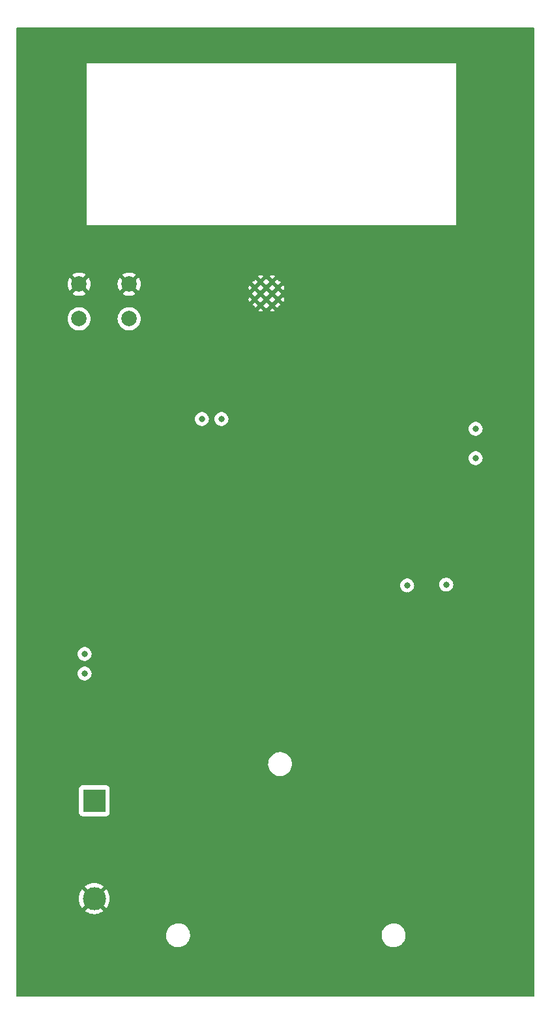
<source format=gbr>
%TF.GenerationSoftware,KiCad,Pcbnew,7.0.9*%
%TF.CreationDate,2023-12-04T17:32:10-03:00*%
%TF.ProjectId,aussistente,61757373-6973-4746-956e-74652e6b6963,rev?*%
%TF.SameCoordinates,Original*%
%TF.FileFunction,Copper,L4,Bot*%
%TF.FilePolarity,Positive*%
%FSLAX46Y46*%
G04 Gerber Fmt 4.6, Leading zero omitted, Abs format (unit mm)*
G04 Created by KiCad (PCBNEW 7.0.9) date 2023-12-04 17:32:10*
%MOMM*%
%LPD*%
G01*
G04 APERTURE LIST*
%TA.AperFunction,ComponentPad*%
%ADD10C,2.000000*%
%TD*%
%TA.AperFunction,ComponentPad*%
%ADD11R,3.000000X3.000000*%
%TD*%
%TA.AperFunction,ComponentPad*%
%ADD12C,3.000000*%
%TD*%
%TA.AperFunction,HeatsinkPad*%
%ADD13C,0.600000*%
%TD*%
%TA.AperFunction,ViaPad*%
%ADD14C,0.800000*%
%TD*%
G04 APERTURE END LIST*
D10*
%TO.P,SW1,1,1*%
%TO.N,GND*%
X88190000Y-72680000D03*
X94690000Y-72680000D03*
%TO.P,SW1,2,2*%
%TO.N,/RESET*%
X88190000Y-77180000D03*
X94690000Y-77180000D03*
%TD*%
D11*
%TO.P,BT1,1,+*%
%TO.N,VDDIO*%
X90150000Y-139700000D03*
D12*
%TO.P,BT1,2,-*%
%TO.N,GND*%
X90150000Y-152400000D03*
%TD*%
D13*
%TO.P,U1,39,GND*%
%TO.N,GND*%
X110997500Y-73132500D03*
X110997500Y-74657500D03*
X111760000Y-72370000D03*
X111760000Y-73895000D03*
X111760000Y-75420000D03*
X112522500Y-73132500D03*
X112522500Y-74657500D03*
X113285000Y-72370000D03*
X113285000Y-73895000D03*
X113285000Y-75420000D03*
X114047500Y-73132500D03*
X114047500Y-74657500D03*
%TD*%
D14*
%TO.N,GND*%
X111760000Y-69850000D03*
X133419880Y-90252536D03*
%TO.N,SCL*%
X139700000Y-95250000D03*
%TO.N,SDA*%
X139700000Y-91440000D03*
%TO.N,GND*%
X132080000Y-100330000D03*
%TO.N,SDA*%
X135890000Y-111655500D03*
%TO.N,SCL*%
X130810000Y-111760000D03*
%TO.N,GND*%
X130810000Y-113030000D03*
X134620000Y-113104500D03*
X143030000Y-118110000D03*
X99060000Y-125730000D03*
X99060000Y-115570000D03*
%TO.N,SDA*%
X106680000Y-90170000D03*
%TO.N,SCL*%
X104140000Y-90170000D03*
X88900000Y-120650000D03*
%TO.N,SDA*%
X88900000Y-123190000D03*
%TO.N,GND*%
X88900000Y-69850000D03*
X99060000Y-93060000D03*
X93980000Y-90520000D03*
X143510000Y-78740000D03*
X88900000Y-91790000D03*
X93980000Y-92164500D03*
X83820000Y-152400000D03*
%TD*%
%TA.AperFunction,Conductor*%
%TO.N,GND*%
G36*
X147262539Y-39390185D02*
G01*
X147308294Y-39442989D01*
X147319500Y-39494500D01*
X147319500Y-164975500D01*
X147299815Y-165042539D01*
X147247011Y-165088294D01*
X147195500Y-165099500D01*
X80134500Y-165099500D01*
X80067461Y-165079815D01*
X80021706Y-165027011D01*
X80010500Y-164975500D01*
X80010500Y-157212629D01*
X99495717Y-157212629D01*
X99525892Y-157461150D01*
X99595540Y-157701601D01*
X99702860Y-157927775D01*
X99775941Y-158033650D01*
X99845068Y-158133797D01*
X100018484Y-158314341D01*
X100218615Y-158464730D01*
X100440279Y-158581069D01*
X100677734Y-158660343D01*
X100677737Y-158660343D01*
X100677739Y-158660344D01*
X100924828Y-158700500D01*
X100924831Y-158700500D01*
X101112482Y-158700500D01*
X101206004Y-158692950D01*
X101299527Y-158685400D01*
X101542591Y-158625490D01*
X101772897Y-158527366D01*
X101984481Y-158393568D01*
X102171862Y-158227563D01*
X102330188Y-158033650D01*
X102455357Y-157816850D01*
X102544128Y-157582780D01*
X102594202Y-157337500D01*
X102599234Y-157212629D01*
X127495717Y-157212629D01*
X127525892Y-157461150D01*
X127595540Y-157701601D01*
X127702860Y-157927775D01*
X127775941Y-158033650D01*
X127845068Y-158133797D01*
X128018484Y-158314341D01*
X128218615Y-158464730D01*
X128440279Y-158581069D01*
X128677734Y-158660343D01*
X128677737Y-158660343D01*
X128677739Y-158660344D01*
X128924828Y-158700500D01*
X128924831Y-158700500D01*
X129112482Y-158700500D01*
X129206004Y-158692950D01*
X129299527Y-158685400D01*
X129542591Y-158625490D01*
X129772897Y-158527366D01*
X129984481Y-158393568D01*
X130171862Y-158227563D01*
X130330188Y-158033650D01*
X130455357Y-157816850D01*
X130544128Y-157582780D01*
X130594202Y-157337500D01*
X130604282Y-157087365D01*
X130574107Y-156838851D01*
X130574107Y-156838849D01*
X130538876Y-156717220D01*
X130504459Y-156598396D01*
X130397141Y-156372228D01*
X130397140Y-156372227D01*
X130397139Y-156372224D01*
X130254933Y-156166205D01*
X130254932Y-156166203D01*
X130081516Y-155985659D01*
X129881385Y-155835270D01*
X129881383Y-155835269D01*
X129881382Y-155835268D01*
X129659726Y-155718933D01*
X129659722Y-155718931D01*
X129659721Y-155718931D01*
X129422266Y-155639657D01*
X129422265Y-155639656D01*
X129422260Y-155639655D01*
X129175172Y-155599500D01*
X129175169Y-155599500D01*
X128987519Y-155599500D01*
X128987518Y-155599500D01*
X128800473Y-155614599D01*
X128557411Y-155674509D01*
X128327106Y-155772632D01*
X128115514Y-155906435D01*
X127928143Y-156072431D01*
X127769809Y-156266353D01*
X127644643Y-156483148D01*
X127555871Y-156717222D01*
X127505798Y-156962493D01*
X127505797Y-156962503D01*
X127495717Y-157212628D01*
X127495717Y-157212629D01*
X102599234Y-157212629D01*
X102604282Y-157087365D01*
X102574107Y-156838851D01*
X102574107Y-156838849D01*
X102538876Y-156717220D01*
X102504459Y-156598396D01*
X102397141Y-156372228D01*
X102397140Y-156372227D01*
X102397139Y-156372224D01*
X102254933Y-156166205D01*
X102254932Y-156166203D01*
X102081516Y-155985659D01*
X101881385Y-155835270D01*
X101881383Y-155835269D01*
X101881382Y-155835268D01*
X101659726Y-155718933D01*
X101659722Y-155718931D01*
X101659721Y-155718931D01*
X101422266Y-155639657D01*
X101422265Y-155639656D01*
X101422260Y-155639655D01*
X101175172Y-155599500D01*
X101175169Y-155599500D01*
X100987519Y-155599500D01*
X100987518Y-155599500D01*
X100800473Y-155614599D01*
X100557411Y-155674509D01*
X100327106Y-155772632D01*
X100115514Y-155906435D01*
X99928143Y-156072431D01*
X99769809Y-156266353D01*
X99644643Y-156483148D01*
X99555871Y-156717222D01*
X99505798Y-156962493D01*
X99505797Y-156962503D01*
X99495717Y-157212628D01*
X99495717Y-157212629D01*
X80010500Y-157212629D01*
X80010500Y-152400001D01*
X88144891Y-152400001D01*
X88165300Y-152685362D01*
X88226109Y-152964895D01*
X88326091Y-153232958D01*
X88463191Y-153484038D01*
X88463196Y-153484046D01*
X88569882Y-153626561D01*
X88569883Y-153626562D01*
X89143118Y-153053326D01*
X89188277Y-153126260D01*
X89338102Y-153290610D01*
X89494690Y-153408861D01*
X88923436Y-153980115D01*
X89065960Y-154086807D01*
X89065961Y-154086808D01*
X89317042Y-154223908D01*
X89317041Y-154223908D01*
X89585104Y-154323890D01*
X89864637Y-154384699D01*
X90149999Y-154405109D01*
X90150001Y-154405109D01*
X90435362Y-154384699D01*
X90714895Y-154323890D01*
X90982958Y-154223908D01*
X91234047Y-154086803D01*
X91376561Y-153980116D01*
X91376562Y-153980115D01*
X90805308Y-153408861D01*
X90961898Y-153290610D01*
X91111723Y-153126260D01*
X91156880Y-153053327D01*
X91730115Y-153626562D01*
X91730116Y-153626561D01*
X91836803Y-153484047D01*
X91973908Y-153232958D01*
X92073890Y-152964895D01*
X92134699Y-152685362D01*
X92155109Y-152400001D01*
X92155109Y-152399998D01*
X92134699Y-152114637D01*
X92073890Y-151835104D01*
X91973908Y-151567041D01*
X91836808Y-151315961D01*
X91836807Y-151315960D01*
X91730115Y-151173436D01*
X91156880Y-151746671D01*
X91111723Y-151673740D01*
X90961898Y-151509390D01*
X90805307Y-151391138D01*
X91376562Y-150819883D01*
X91376561Y-150819882D01*
X91234046Y-150713196D01*
X91234038Y-150713191D01*
X90982957Y-150576091D01*
X90982958Y-150576091D01*
X90714895Y-150476109D01*
X90435362Y-150415300D01*
X90150001Y-150394891D01*
X90149999Y-150394891D01*
X89864637Y-150415300D01*
X89585104Y-150476109D01*
X89317041Y-150576091D01*
X89065961Y-150713191D01*
X89065953Y-150713196D01*
X88923437Y-150819882D01*
X88923436Y-150819883D01*
X89494691Y-151391138D01*
X89338102Y-151509390D01*
X89188277Y-151673740D01*
X89143119Y-151746672D01*
X88569883Y-151173436D01*
X88569882Y-151173437D01*
X88463196Y-151315953D01*
X88463191Y-151315961D01*
X88326091Y-151567041D01*
X88226109Y-151835104D01*
X88165300Y-152114637D01*
X88144891Y-152399998D01*
X88144891Y-152400001D01*
X80010500Y-152400001D01*
X80010500Y-141247870D01*
X88149500Y-141247870D01*
X88149501Y-141247876D01*
X88155908Y-141307483D01*
X88206202Y-141442328D01*
X88206206Y-141442335D01*
X88292452Y-141557544D01*
X88292455Y-141557547D01*
X88407664Y-141643793D01*
X88407671Y-141643797D01*
X88542517Y-141694091D01*
X88542516Y-141694091D01*
X88549444Y-141694835D01*
X88602127Y-141700500D01*
X91697872Y-141700499D01*
X91757483Y-141694091D01*
X91892331Y-141643796D01*
X92007546Y-141557546D01*
X92093796Y-141442331D01*
X92144091Y-141307483D01*
X92150500Y-141247873D01*
X92150499Y-138152128D01*
X92144091Y-138092517D01*
X92093796Y-137957669D01*
X92093795Y-137957668D01*
X92093793Y-137957664D01*
X92007547Y-137842455D01*
X92007544Y-137842452D01*
X91892335Y-137756206D01*
X91892328Y-137756202D01*
X91757482Y-137705908D01*
X91757483Y-137705908D01*
X91697883Y-137699501D01*
X91697881Y-137699500D01*
X91697873Y-137699500D01*
X91697864Y-137699500D01*
X88602129Y-137699500D01*
X88602123Y-137699501D01*
X88542516Y-137705908D01*
X88407671Y-137756202D01*
X88407664Y-137756206D01*
X88292455Y-137842452D01*
X88292452Y-137842455D01*
X88206206Y-137957664D01*
X88206202Y-137957671D01*
X88155908Y-138092517D01*
X88149501Y-138152116D01*
X88149501Y-138152123D01*
X88149500Y-138152135D01*
X88149500Y-141247870D01*
X80010500Y-141247870D01*
X80010500Y-135012629D01*
X112745717Y-135012629D01*
X112775892Y-135261150D01*
X112845540Y-135501601D01*
X112952860Y-135727775D01*
X113025941Y-135833650D01*
X113095068Y-135933797D01*
X113268484Y-136114341D01*
X113468615Y-136264730D01*
X113690279Y-136381069D01*
X113927734Y-136460343D01*
X113927737Y-136460343D01*
X113927739Y-136460344D01*
X114174828Y-136500500D01*
X114174831Y-136500500D01*
X114362482Y-136500500D01*
X114456004Y-136492950D01*
X114549527Y-136485400D01*
X114792591Y-136425490D01*
X115022897Y-136327366D01*
X115234481Y-136193568D01*
X115421862Y-136027563D01*
X115580188Y-135833650D01*
X115705357Y-135616850D01*
X115794128Y-135382780D01*
X115844202Y-135137500D01*
X115854282Y-134887365D01*
X115824107Y-134638851D01*
X115824107Y-134638849D01*
X115788876Y-134517220D01*
X115754459Y-134398396D01*
X115647141Y-134172228D01*
X115647140Y-134172227D01*
X115647139Y-134172224D01*
X115504933Y-133966205D01*
X115504932Y-133966203D01*
X115331516Y-133785659D01*
X115131385Y-133635270D01*
X115131383Y-133635269D01*
X115131382Y-133635268D01*
X114909726Y-133518933D01*
X114909722Y-133518931D01*
X114909721Y-133518931D01*
X114672266Y-133439657D01*
X114672265Y-133439656D01*
X114672260Y-133439655D01*
X114425172Y-133399500D01*
X114425169Y-133399500D01*
X114237519Y-133399500D01*
X114237518Y-133399500D01*
X114050473Y-133414599D01*
X113807411Y-133474509D01*
X113577106Y-133572632D01*
X113365514Y-133706435D01*
X113178143Y-133872431D01*
X113019809Y-134066353D01*
X112894643Y-134283148D01*
X112805871Y-134517222D01*
X112755798Y-134762493D01*
X112755797Y-134762503D01*
X112745717Y-135012628D01*
X112745717Y-135012629D01*
X80010500Y-135012629D01*
X80010500Y-123190000D01*
X87994540Y-123190000D01*
X88014326Y-123378256D01*
X88014327Y-123378259D01*
X88072818Y-123558277D01*
X88072821Y-123558284D01*
X88167467Y-123722216D01*
X88294129Y-123862888D01*
X88447265Y-123974148D01*
X88447270Y-123974151D01*
X88620192Y-124051142D01*
X88620197Y-124051144D01*
X88805354Y-124090500D01*
X88805355Y-124090500D01*
X88994644Y-124090500D01*
X88994646Y-124090500D01*
X89179803Y-124051144D01*
X89352730Y-123974151D01*
X89505871Y-123862888D01*
X89632533Y-123722216D01*
X89727179Y-123558284D01*
X89785674Y-123378256D01*
X89805460Y-123190000D01*
X89785674Y-123001744D01*
X89727179Y-122821716D01*
X89632533Y-122657784D01*
X89505871Y-122517112D01*
X89505870Y-122517111D01*
X89352734Y-122405851D01*
X89352729Y-122405848D01*
X89179807Y-122328857D01*
X89179802Y-122328855D01*
X89034001Y-122297865D01*
X88994646Y-122289500D01*
X88805354Y-122289500D01*
X88772897Y-122296398D01*
X88620197Y-122328855D01*
X88620192Y-122328857D01*
X88447270Y-122405848D01*
X88447265Y-122405851D01*
X88294129Y-122517111D01*
X88167466Y-122657785D01*
X88072821Y-122821715D01*
X88072818Y-122821722D01*
X88014327Y-123001740D01*
X88014326Y-123001744D01*
X87994540Y-123190000D01*
X80010500Y-123190000D01*
X80010500Y-120650000D01*
X87994540Y-120650000D01*
X88014326Y-120838256D01*
X88014327Y-120838259D01*
X88072818Y-121018277D01*
X88072821Y-121018284D01*
X88167467Y-121182216D01*
X88294129Y-121322888D01*
X88447265Y-121434148D01*
X88447270Y-121434151D01*
X88620192Y-121511142D01*
X88620197Y-121511144D01*
X88805354Y-121550500D01*
X88805355Y-121550500D01*
X88994644Y-121550500D01*
X88994646Y-121550500D01*
X89179803Y-121511144D01*
X89352730Y-121434151D01*
X89505871Y-121322888D01*
X89632533Y-121182216D01*
X89727179Y-121018284D01*
X89785674Y-120838256D01*
X89805460Y-120650000D01*
X89785674Y-120461744D01*
X89727179Y-120281716D01*
X89632533Y-120117784D01*
X89505871Y-119977112D01*
X89505870Y-119977111D01*
X89352734Y-119865851D01*
X89352729Y-119865848D01*
X89179807Y-119788857D01*
X89179802Y-119788855D01*
X89034001Y-119757865D01*
X88994646Y-119749500D01*
X88805354Y-119749500D01*
X88772897Y-119756398D01*
X88620197Y-119788855D01*
X88620192Y-119788857D01*
X88447270Y-119865848D01*
X88447265Y-119865851D01*
X88294129Y-119977111D01*
X88167466Y-120117785D01*
X88072821Y-120281715D01*
X88072818Y-120281722D01*
X88014327Y-120461740D01*
X88014326Y-120461744D01*
X87994540Y-120650000D01*
X80010500Y-120650000D01*
X80010500Y-111760000D01*
X129904540Y-111760000D01*
X129924326Y-111948256D01*
X129924327Y-111948259D01*
X129982818Y-112128277D01*
X129982821Y-112128284D01*
X130077467Y-112292216D01*
X130110037Y-112328388D01*
X130204129Y-112432888D01*
X130357265Y-112544148D01*
X130357270Y-112544151D01*
X130530192Y-112621142D01*
X130530197Y-112621144D01*
X130715354Y-112660500D01*
X130715355Y-112660500D01*
X130904644Y-112660500D01*
X130904646Y-112660500D01*
X131089803Y-112621144D01*
X131262730Y-112544151D01*
X131415871Y-112432888D01*
X131542533Y-112292216D01*
X131637179Y-112128284D01*
X131695674Y-111948256D01*
X131715460Y-111760000D01*
X131704477Y-111655500D01*
X134984540Y-111655500D01*
X135004326Y-111843756D01*
X135004327Y-111843759D01*
X135062818Y-112023777D01*
X135062821Y-112023784D01*
X135157467Y-112187716D01*
X135284129Y-112328388D01*
X135437265Y-112439648D01*
X135437270Y-112439651D01*
X135610192Y-112516642D01*
X135610197Y-112516644D01*
X135795354Y-112556000D01*
X135795355Y-112556000D01*
X135984644Y-112556000D01*
X135984646Y-112556000D01*
X136169803Y-112516644D01*
X136342730Y-112439651D01*
X136495871Y-112328388D01*
X136622533Y-112187716D01*
X136717179Y-112023784D01*
X136775674Y-111843756D01*
X136795460Y-111655500D01*
X136775674Y-111467244D01*
X136717179Y-111287216D01*
X136622533Y-111123284D01*
X136495871Y-110982612D01*
X136495870Y-110982611D01*
X136342734Y-110871351D01*
X136342729Y-110871348D01*
X136169807Y-110794357D01*
X136169802Y-110794355D01*
X136024001Y-110763365D01*
X135984646Y-110755000D01*
X135795354Y-110755000D01*
X135762897Y-110761898D01*
X135610197Y-110794355D01*
X135610192Y-110794357D01*
X135437270Y-110871348D01*
X135437265Y-110871351D01*
X135284129Y-110982611D01*
X135157466Y-111123285D01*
X135062821Y-111287215D01*
X135062818Y-111287222D01*
X135004327Y-111467240D01*
X135004326Y-111467244D01*
X134984540Y-111655500D01*
X131704477Y-111655500D01*
X131695674Y-111571744D01*
X131637179Y-111391716D01*
X131542533Y-111227784D01*
X131415871Y-111087112D01*
X131415870Y-111087111D01*
X131262734Y-110975851D01*
X131262729Y-110975848D01*
X131089807Y-110898857D01*
X131089802Y-110898855D01*
X130944001Y-110867865D01*
X130904646Y-110859500D01*
X130715354Y-110859500D01*
X130682897Y-110866398D01*
X130530197Y-110898855D01*
X130530192Y-110898857D01*
X130357270Y-110975848D01*
X130357265Y-110975851D01*
X130204129Y-111087111D01*
X130077466Y-111227785D01*
X129982821Y-111391715D01*
X129982818Y-111391722D01*
X129958280Y-111467244D01*
X129924326Y-111571744D01*
X129904540Y-111760000D01*
X80010500Y-111760000D01*
X80010500Y-95250000D01*
X138794540Y-95250000D01*
X138814326Y-95438256D01*
X138814327Y-95438259D01*
X138872818Y-95618277D01*
X138872821Y-95618284D01*
X138967467Y-95782216D01*
X139094129Y-95922888D01*
X139247265Y-96034148D01*
X139247270Y-96034151D01*
X139420192Y-96111142D01*
X139420197Y-96111144D01*
X139605354Y-96150500D01*
X139605355Y-96150500D01*
X139794644Y-96150500D01*
X139794646Y-96150500D01*
X139979803Y-96111144D01*
X140152730Y-96034151D01*
X140305871Y-95922888D01*
X140432533Y-95782216D01*
X140527179Y-95618284D01*
X140585674Y-95438256D01*
X140605460Y-95250000D01*
X140585674Y-95061744D01*
X140527179Y-94881716D01*
X140432533Y-94717784D01*
X140305871Y-94577112D01*
X140305870Y-94577111D01*
X140152734Y-94465851D01*
X140152729Y-94465848D01*
X139979807Y-94388857D01*
X139979802Y-94388855D01*
X139834001Y-94357865D01*
X139794646Y-94349500D01*
X139605354Y-94349500D01*
X139572897Y-94356398D01*
X139420197Y-94388855D01*
X139420192Y-94388857D01*
X139247270Y-94465848D01*
X139247265Y-94465851D01*
X139094129Y-94577111D01*
X138967466Y-94717785D01*
X138872821Y-94881715D01*
X138872818Y-94881722D01*
X138814327Y-95061740D01*
X138814326Y-95061744D01*
X138794540Y-95250000D01*
X80010500Y-95250000D01*
X80010500Y-91440000D01*
X138794540Y-91440000D01*
X138814326Y-91628256D01*
X138814327Y-91628259D01*
X138872818Y-91808277D01*
X138872821Y-91808284D01*
X138967467Y-91972216D01*
X139094129Y-92112888D01*
X139247265Y-92224148D01*
X139247270Y-92224151D01*
X139420192Y-92301142D01*
X139420197Y-92301144D01*
X139605354Y-92340500D01*
X139605355Y-92340500D01*
X139794644Y-92340500D01*
X139794646Y-92340500D01*
X139979803Y-92301144D01*
X140152730Y-92224151D01*
X140305871Y-92112888D01*
X140432533Y-91972216D01*
X140527179Y-91808284D01*
X140585674Y-91628256D01*
X140605460Y-91440000D01*
X140585674Y-91251744D01*
X140527179Y-91071716D01*
X140432533Y-90907784D01*
X140305871Y-90767112D01*
X140305870Y-90767111D01*
X140152734Y-90655851D01*
X140152729Y-90655848D01*
X139979807Y-90578857D01*
X139979802Y-90578855D01*
X139834001Y-90547865D01*
X139794646Y-90539500D01*
X139605354Y-90539500D01*
X139572897Y-90546398D01*
X139420197Y-90578855D01*
X139420192Y-90578857D01*
X139247270Y-90655848D01*
X139247265Y-90655851D01*
X139094129Y-90767111D01*
X138967466Y-90907785D01*
X138872821Y-91071715D01*
X138872818Y-91071722D01*
X138814327Y-91251740D01*
X138814326Y-91251744D01*
X138794540Y-91440000D01*
X80010500Y-91440000D01*
X80010500Y-90170000D01*
X103234540Y-90170000D01*
X103254326Y-90358256D01*
X103254327Y-90358259D01*
X103312818Y-90538277D01*
X103312821Y-90538284D01*
X103407467Y-90702216D01*
X103465899Y-90767111D01*
X103534129Y-90842888D01*
X103687265Y-90954148D01*
X103687270Y-90954151D01*
X103860192Y-91031142D01*
X103860197Y-91031144D01*
X104045354Y-91070500D01*
X104045355Y-91070500D01*
X104234644Y-91070500D01*
X104234646Y-91070500D01*
X104419803Y-91031144D01*
X104592730Y-90954151D01*
X104745871Y-90842888D01*
X104872533Y-90702216D01*
X104967179Y-90538284D01*
X105025674Y-90358256D01*
X105045460Y-90170000D01*
X105774540Y-90170000D01*
X105794326Y-90358256D01*
X105794327Y-90358259D01*
X105852818Y-90538277D01*
X105852821Y-90538284D01*
X105947467Y-90702216D01*
X106005899Y-90767111D01*
X106074129Y-90842888D01*
X106227265Y-90954148D01*
X106227270Y-90954151D01*
X106400192Y-91031142D01*
X106400197Y-91031144D01*
X106585354Y-91070500D01*
X106585355Y-91070500D01*
X106774644Y-91070500D01*
X106774646Y-91070500D01*
X106959803Y-91031144D01*
X107132730Y-90954151D01*
X107285871Y-90842888D01*
X107412533Y-90702216D01*
X107507179Y-90538284D01*
X107565674Y-90358256D01*
X107585460Y-90170000D01*
X107565674Y-89981744D01*
X107507179Y-89801716D01*
X107412533Y-89637784D01*
X107285871Y-89497112D01*
X107285870Y-89497111D01*
X107132734Y-89385851D01*
X107132729Y-89385848D01*
X106959807Y-89308857D01*
X106959802Y-89308855D01*
X106814001Y-89277865D01*
X106774646Y-89269500D01*
X106585354Y-89269500D01*
X106552897Y-89276398D01*
X106400197Y-89308855D01*
X106400192Y-89308857D01*
X106227270Y-89385848D01*
X106227265Y-89385851D01*
X106074129Y-89497111D01*
X105947466Y-89637785D01*
X105852821Y-89801715D01*
X105852818Y-89801722D01*
X105794327Y-89981740D01*
X105794326Y-89981744D01*
X105774540Y-90170000D01*
X105045460Y-90170000D01*
X105025674Y-89981744D01*
X104967179Y-89801716D01*
X104872533Y-89637784D01*
X104745871Y-89497112D01*
X104745870Y-89497111D01*
X104592734Y-89385851D01*
X104592729Y-89385848D01*
X104419807Y-89308857D01*
X104419802Y-89308855D01*
X104274001Y-89277865D01*
X104234646Y-89269500D01*
X104045354Y-89269500D01*
X104012897Y-89276398D01*
X103860197Y-89308855D01*
X103860192Y-89308857D01*
X103687270Y-89385848D01*
X103687265Y-89385851D01*
X103534129Y-89497111D01*
X103407466Y-89637785D01*
X103312821Y-89801715D01*
X103312818Y-89801722D01*
X103254327Y-89981740D01*
X103254326Y-89981744D01*
X103234540Y-90170000D01*
X80010500Y-90170000D01*
X80010500Y-77180005D01*
X86684357Y-77180005D01*
X86704890Y-77427812D01*
X86704892Y-77427824D01*
X86765936Y-77668881D01*
X86865826Y-77896606D01*
X87001833Y-78104782D01*
X87001836Y-78104785D01*
X87170256Y-78287738D01*
X87366491Y-78440474D01*
X87585190Y-78558828D01*
X87820386Y-78639571D01*
X88065665Y-78680500D01*
X88314335Y-78680500D01*
X88559614Y-78639571D01*
X88794810Y-78558828D01*
X89013509Y-78440474D01*
X89209744Y-78287738D01*
X89378164Y-78104785D01*
X89514173Y-77896607D01*
X89614063Y-77668881D01*
X89675108Y-77427821D01*
X89695643Y-77180005D01*
X93184357Y-77180005D01*
X93204890Y-77427812D01*
X93204892Y-77427824D01*
X93265936Y-77668881D01*
X93365826Y-77896606D01*
X93501833Y-78104782D01*
X93501836Y-78104785D01*
X93670256Y-78287738D01*
X93866491Y-78440474D01*
X94085190Y-78558828D01*
X94320386Y-78639571D01*
X94565665Y-78680500D01*
X94814335Y-78680500D01*
X95059614Y-78639571D01*
X95294810Y-78558828D01*
X95513509Y-78440474D01*
X95709744Y-78287738D01*
X95878164Y-78104785D01*
X96014173Y-77896607D01*
X96114063Y-77668881D01*
X96175108Y-77427821D01*
X96195643Y-77180000D01*
X96175108Y-76932179D01*
X96114063Y-76691119D01*
X96014173Y-76463393D01*
X95878166Y-76255217D01*
X95850406Y-76225062D01*
X95769026Y-76136660D01*
X111396891Y-76136660D01*
X111410697Y-76145335D01*
X111410701Y-76145337D01*
X111580858Y-76204877D01*
X111580861Y-76204878D01*
X111759997Y-76225062D01*
X111760003Y-76225062D01*
X111939138Y-76204878D01*
X112109307Y-76145333D01*
X112123107Y-76136661D01*
X112123107Y-76136660D01*
X112921891Y-76136660D01*
X112935697Y-76145335D01*
X112935701Y-76145337D01*
X113105858Y-76204877D01*
X113105861Y-76204878D01*
X113284997Y-76225062D01*
X113285003Y-76225062D01*
X113464138Y-76204878D01*
X113634307Y-76145333D01*
X113648107Y-76136661D01*
X113648107Y-76136660D01*
X113285001Y-75773553D01*
X113285000Y-75773553D01*
X112921891Y-76136660D01*
X112123107Y-76136660D01*
X111760001Y-75773553D01*
X111760000Y-75773553D01*
X111396891Y-76136660D01*
X95769026Y-76136660D01*
X95709744Y-76072262D01*
X95513509Y-75919526D01*
X95513507Y-75919525D01*
X95513506Y-75919524D01*
X95294811Y-75801172D01*
X95294802Y-75801169D01*
X95059616Y-75720429D01*
X94814335Y-75679500D01*
X94565665Y-75679500D01*
X94320383Y-75720429D01*
X94085197Y-75801169D01*
X94085188Y-75801172D01*
X93866493Y-75919524D01*
X93670257Y-76072261D01*
X93501833Y-76255217D01*
X93365826Y-76463393D01*
X93265936Y-76691118D01*
X93204892Y-76932175D01*
X93204890Y-76932187D01*
X93184357Y-77179994D01*
X93184357Y-77180005D01*
X89695643Y-77180005D01*
X89695643Y-77180000D01*
X89675108Y-76932179D01*
X89614063Y-76691119D01*
X89514173Y-76463393D01*
X89378166Y-76255217D01*
X89350406Y-76225062D01*
X89209744Y-76072262D01*
X89013509Y-75919526D01*
X89013507Y-75919525D01*
X89013506Y-75919524D01*
X88794811Y-75801172D01*
X88794802Y-75801169D01*
X88559616Y-75720429D01*
X88314335Y-75679500D01*
X88065665Y-75679500D01*
X87820383Y-75720429D01*
X87585197Y-75801169D01*
X87585188Y-75801172D01*
X87366493Y-75919524D01*
X87170257Y-76072261D01*
X87001833Y-76255217D01*
X86865826Y-76463393D01*
X86765936Y-76691118D01*
X86704892Y-76932175D01*
X86704890Y-76932187D01*
X86684357Y-77179994D01*
X86684357Y-77180005D01*
X80010500Y-77180005D01*
X80010500Y-75374160D01*
X110634391Y-75374160D01*
X110648197Y-75382835D01*
X110648201Y-75382837D01*
X110818359Y-75442377D01*
X110860982Y-75447180D01*
X110925396Y-75474246D01*
X110964951Y-75531840D01*
X110970319Y-75556515D01*
X110975121Y-75599138D01*
X110975122Y-75599141D01*
X111034662Y-75769298D01*
X111034667Y-75769308D01*
X111043338Y-75783108D01*
X111373955Y-75452492D01*
X111660000Y-75452492D01*
X111698197Y-75505065D01*
X111744162Y-75520000D01*
X111775838Y-75520000D01*
X111821803Y-75505065D01*
X111860000Y-75452492D01*
X111860000Y-75420000D01*
X112113553Y-75420000D01*
X112476660Y-75783107D01*
X112508621Y-75779507D01*
X112536387Y-75779508D01*
X112568338Y-75783108D01*
X112898955Y-75452492D01*
X113185000Y-75452492D01*
X113223197Y-75505065D01*
X113269162Y-75520000D01*
X113300838Y-75520000D01*
X113346803Y-75505065D01*
X113385000Y-75452492D01*
X113385000Y-75420000D01*
X113638553Y-75420000D01*
X114001660Y-75783107D01*
X114001661Y-75783107D01*
X114010333Y-75769307D01*
X114069878Y-75599138D01*
X114074680Y-75556518D01*
X114101746Y-75492103D01*
X114159340Y-75452548D01*
X114184018Y-75447180D01*
X114226638Y-75442378D01*
X114396807Y-75382833D01*
X114410607Y-75374161D01*
X114410607Y-75374160D01*
X114047500Y-75011053D01*
X113638553Y-75420000D01*
X113385000Y-75420000D01*
X113385000Y-75387508D01*
X113346803Y-75334935D01*
X113300838Y-75320000D01*
X113269162Y-75320000D01*
X113223197Y-75334935D01*
X113185000Y-75387508D01*
X113185000Y-75452492D01*
X112898955Y-75452492D01*
X112931447Y-75420000D01*
X112522500Y-75011053D01*
X112113553Y-75420000D01*
X111860000Y-75420000D01*
X111860000Y-75387508D01*
X111821803Y-75334935D01*
X111775838Y-75320000D01*
X111744162Y-75320000D01*
X111698197Y-75334935D01*
X111660000Y-75387508D01*
X111660000Y-75452492D01*
X111373955Y-75452492D01*
X111406447Y-75420000D01*
X111406447Y-75419999D01*
X110997501Y-75011053D01*
X110997500Y-75011053D01*
X110634391Y-75374160D01*
X80010500Y-75374160D01*
X80010500Y-74657502D01*
X110192438Y-74657502D01*
X110212621Y-74836638D01*
X110212622Y-74836641D01*
X110272162Y-75006798D01*
X110272167Y-75006808D01*
X110280838Y-75020608D01*
X110611455Y-74689992D01*
X110897500Y-74689992D01*
X110935697Y-74742565D01*
X110981662Y-74757500D01*
X111013338Y-74757500D01*
X111059303Y-74742565D01*
X111097500Y-74689992D01*
X111097500Y-74657500D01*
X111351053Y-74657500D01*
X111760000Y-75066447D01*
X112136455Y-74689992D01*
X112422500Y-74689992D01*
X112460697Y-74742565D01*
X112506662Y-74757500D01*
X112538338Y-74757500D01*
X112584303Y-74742565D01*
X112622500Y-74689992D01*
X112622500Y-74657500D01*
X112876053Y-74657500D01*
X113285000Y-75066447D01*
X113661455Y-74689992D01*
X113947500Y-74689992D01*
X113985697Y-74742565D01*
X114031662Y-74757500D01*
X114063338Y-74757500D01*
X114109303Y-74742565D01*
X114147500Y-74689992D01*
X114147500Y-74657500D01*
X114401053Y-74657500D01*
X114764160Y-75020607D01*
X114764161Y-75020607D01*
X114772833Y-75006807D01*
X114832378Y-74836638D01*
X114852562Y-74657502D01*
X114852562Y-74657497D01*
X114832378Y-74478361D01*
X114832377Y-74478358D01*
X114772837Y-74308201D01*
X114772835Y-74308197D01*
X114764160Y-74294391D01*
X114401053Y-74657499D01*
X114401053Y-74657500D01*
X114147500Y-74657500D01*
X114147500Y-74625008D01*
X114109303Y-74572435D01*
X114063338Y-74557500D01*
X114031662Y-74557500D01*
X113985697Y-74572435D01*
X113947500Y-74625008D01*
X113947500Y-74689992D01*
X113661455Y-74689992D01*
X113693947Y-74657500D01*
X113285000Y-74248553D01*
X112876053Y-74657500D01*
X112622500Y-74657500D01*
X112622500Y-74625008D01*
X112584303Y-74572435D01*
X112538338Y-74557500D01*
X112506662Y-74557500D01*
X112460697Y-74572435D01*
X112422500Y-74625008D01*
X112422500Y-74689992D01*
X112136455Y-74689992D01*
X112168947Y-74657500D01*
X111760000Y-74248553D01*
X111351053Y-74657500D01*
X111097500Y-74657500D01*
X111097500Y-74625008D01*
X111059303Y-74572435D01*
X111013338Y-74557500D01*
X110981662Y-74557500D01*
X110935697Y-74572435D01*
X110897500Y-74625008D01*
X110897500Y-74689992D01*
X110611455Y-74689992D01*
X110643947Y-74657500D01*
X110643947Y-74657499D01*
X110280838Y-74294390D01*
X110280838Y-74294391D01*
X110272164Y-74308196D01*
X110212622Y-74478358D01*
X110212621Y-74478361D01*
X110192438Y-74657497D01*
X110192438Y-74657502D01*
X80010500Y-74657502D01*
X80010500Y-72680005D01*
X86684859Y-72680005D01*
X86705385Y-72927729D01*
X86705387Y-72927738D01*
X86766412Y-73168717D01*
X86866266Y-73396364D01*
X86966564Y-73549882D01*
X87664070Y-72852376D01*
X87666884Y-72865915D01*
X87736442Y-73000156D01*
X87839638Y-73110652D01*
X87968819Y-73189209D01*
X88020002Y-73203549D01*
X87319942Y-73903609D01*
X87366768Y-73940055D01*
X87366770Y-73940056D01*
X87585385Y-74058364D01*
X87585396Y-74058369D01*
X87820506Y-74139083D01*
X88065707Y-74180000D01*
X88314293Y-74180000D01*
X88559493Y-74139083D01*
X88794603Y-74058369D01*
X88794614Y-74058364D01*
X89013228Y-73940057D01*
X89013231Y-73940055D01*
X89060056Y-73903609D01*
X88361568Y-73205121D01*
X88478458Y-73154349D01*
X88595739Y-73058934D01*
X88682928Y-72935415D01*
X88713354Y-72849802D01*
X89413434Y-73549882D01*
X89513731Y-73396369D01*
X89613587Y-73168717D01*
X89674612Y-72927738D01*
X89674614Y-72927729D01*
X89695141Y-72680005D01*
X93184859Y-72680005D01*
X93205385Y-72927729D01*
X93205387Y-72927738D01*
X93266412Y-73168717D01*
X93366266Y-73396364D01*
X93466564Y-73549882D01*
X94164070Y-72852376D01*
X94166884Y-72865915D01*
X94236442Y-73000156D01*
X94339638Y-73110652D01*
X94468819Y-73189209D01*
X94520002Y-73203549D01*
X93819942Y-73903609D01*
X93866768Y-73940055D01*
X93866770Y-73940056D01*
X94085385Y-74058364D01*
X94085396Y-74058369D01*
X94320506Y-74139083D01*
X94565707Y-74180000D01*
X94814293Y-74180000D01*
X95059493Y-74139083D01*
X95294603Y-74058369D01*
X95294614Y-74058364D01*
X95511785Y-73940838D01*
X110634390Y-73940838D01*
X110997499Y-74303947D01*
X111373955Y-73927492D01*
X111660000Y-73927492D01*
X111698197Y-73980065D01*
X111744162Y-73995000D01*
X111775838Y-73995000D01*
X111821803Y-73980065D01*
X111860000Y-73927492D01*
X111860000Y-73895000D01*
X112113553Y-73895000D01*
X112522500Y-74303947D01*
X112898955Y-73927492D01*
X113185000Y-73927492D01*
X113223197Y-73980065D01*
X113269162Y-73995000D01*
X113300838Y-73995000D01*
X113346803Y-73980065D01*
X113385000Y-73927492D01*
X113385000Y-73895000D01*
X113638553Y-73895000D01*
X114047500Y-74303947D01*
X114047501Y-74303947D01*
X114410608Y-73940838D01*
X114407008Y-73908884D01*
X114407007Y-73881119D01*
X114410607Y-73849160D01*
X114047500Y-73486053D01*
X113638553Y-73895000D01*
X113385000Y-73895000D01*
X113385000Y-73862508D01*
X113346803Y-73809935D01*
X113300838Y-73795000D01*
X113269162Y-73795000D01*
X113223197Y-73809935D01*
X113185000Y-73862508D01*
X113185000Y-73927492D01*
X112898955Y-73927492D01*
X112931447Y-73895000D01*
X112522500Y-73486053D01*
X112113553Y-73895000D01*
X111860000Y-73895000D01*
X111860000Y-73862508D01*
X111821803Y-73809935D01*
X111775838Y-73795000D01*
X111744162Y-73795000D01*
X111698197Y-73809935D01*
X111660000Y-73862508D01*
X111660000Y-73927492D01*
X111373955Y-73927492D01*
X111406447Y-73895000D01*
X111406447Y-73894999D01*
X110997501Y-73486053D01*
X110997500Y-73486053D01*
X110634390Y-73849161D01*
X110637991Y-73881123D01*
X110637991Y-73908892D01*
X110634390Y-73940838D01*
X95511785Y-73940838D01*
X95513228Y-73940057D01*
X95513231Y-73940055D01*
X95560056Y-73903609D01*
X94861568Y-73205121D01*
X94978458Y-73154349D01*
X95095739Y-73058934D01*
X95182928Y-72935415D01*
X95213354Y-72849802D01*
X95913434Y-73549882D01*
X96013731Y-73396369D01*
X96113587Y-73168717D01*
X96122758Y-73132502D01*
X110192438Y-73132502D01*
X110212621Y-73311638D01*
X110212622Y-73311641D01*
X110272162Y-73481798D01*
X110272167Y-73481808D01*
X110280838Y-73495608D01*
X110611455Y-73164992D01*
X110897500Y-73164992D01*
X110935697Y-73217565D01*
X110981662Y-73232500D01*
X111013338Y-73232500D01*
X111059303Y-73217565D01*
X111097500Y-73164992D01*
X111097500Y-73132500D01*
X111351053Y-73132500D01*
X111760000Y-73541447D01*
X112136455Y-73164992D01*
X112422500Y-73164992D01*
X112460697Y-73217565D01*
X112506662Y-73232500D01*
X112538338Y-73232500D01*
X112584303Y-73217565D01*
X112622500Y-73164992D01*
X112622500Y-73132500D01*
X112876053Y-73132500D01*
X113285000Y-73541447D01*
X113661455Y-73164992D01*
X113947500Y-73164992D01*
X113985697Y-73217565D01*
X114031662Y-73232500D01*
X114063338Y-73232500D01*
X114109303Y-73217565D01*
X114147500Y-73164992D01*
X114147500Y-73132500D01*
X114401053Y-73132500D01*
X114764160Y-73495607D01*
X114764161Y-73495607D01*
X114772833Y-73481807D01*
X114832378Y-73311638D01*
X114852562Y-73132502D01*
X114852562Y-73132497D01*
X114832378Y-72953361D01*
X114832377Y-72953358D01*
X114772837Y-72783201D01*
X114772835Y-72783197D01*
X114764160Y-72769391D01*
X114401053Y-73132499D01*
X114401053Y-73132500D01*
X114147500Y-73132500D01*
X114147500Y-73100008D01*
X114109303Y-73047435D01*
X114063338Y-73032500D01*
X114031662Y-73032500D01*
X113985697Y-73047435D01*
X113947500Y-73100008D01*
X113947500Y-73164992D01*
X113661455Y-73164992D01*
X113693947Y-73132500D01*
X113285000Y-72723553D01*
X112876053Y-73132500D01*
X112622500Y-73132500D01*
X112622500Y-73100008D01*
X112584303Y-73047435D01*
X112538338Y-73032500D01*
X112506662Y-73032500D01*
X112460697Y-73047435D01*
X112422500Y-73100008D01*
X112422500Y-73164992D01*
X112136455Y-73164992D01*
X112168947Y-73132500D01*
X111760000Y-72723553D01*
X111351053Y-73132500D01*
X111097500Y-73132500D01*
X111097500Y-73100008D01*
X111059303Y-73047435D01*
X111013338Y-73032500D01*
X110981662Y-73032500D01*
X110935697Y-73047435D01*
X110897500Y-73100008D01*
X110897500Y-73164992D01*
X110611455Y-73164992D01*
X110643947Y-73132500D01*
X110643947Y-73132499D01*
X110280838Y-72769390D01*
X110280838Y-72769391D01*
X110272164Y-72783196D01*
X110212622Y-72953358D01*
X110212621Y-72953361D01*
X110192438Y-73132497D01*
X110192438Y-73132502D01*
X96122758Y-73132502D01*
X96174612Y-72927738D01*
X96174614Y-72927729D01*
X96195141Y-72680005D01*
X96195141Y-72679994D01*
X96174614Y-72432270D01*
X96174612Y-72432261D01*
X96170453Y-72415838D01*
X110634390Y-72415838D01*
X110997499Y-72778947D01*
X111373955Y-72402492D01*
X111660000Y-72402492D01*
X111698197Y-72455065D01*
X111744162Y-72470000D01*
X111775838Y-72470000D01*
X111821803Y-72455065D01*
X111860000Y-72402492D01*
X111860000Y-72370000D01*
X112113553Y-72370000D01*
X112522499Y-72778947D01*
X112898955Y-72402492D01*
X113185000Y-72402492D01*
X113223197Y-72455065D01*
X113269162Y-72470000D01*
X113300838Y-72470000D01*
X113346803Y-72455065D01*
X113385000Y-72402492D01*
X113385000Y-72370000D01*
X113638553Y-72370000D01*
X114047500Y-72778947D01*
X114047501Y-72778947D01*
X114410608Y-72415838D01*
X114410608Y-72415837D01*
X114396808Y-72407167D01*
X114396798Y-72407162D01*
X114226641Y-72347622D01*
X114226638Y-72347621D01*
X114184015Y-72342819D01*
X114119602Y-72315752D01*
X114080047Y-72258157D01*
X114074680Y-72233482D01*
X114069877Y-72190859D01*
X114010337Y-72020701D01*
X114010335Y-72020697D01*
X114001660Y-72006891D01*
X113638553Y-72369999D01*
X113638553Y-72370000D01*
X113385000Y-72370000D01*
X113385000Y-72337508D01*
X113346803Y-72284935D01*
X113300838Y-72270000D01*
X113269162Y-72270000D01*
X113223197Y-72284935D01*
X113185000Y-72337508D01*
X113185000Y-72402492D01*
X112898955Y-72402492D01*
X112931447Y-72370000D01*
X112931447Y-72369999D01*
X112568338Y-72006890D01*
X112536392Y-72010491D01*
X112508623Y-72010491D01*
X112476661Y-72006890D01*
X112113553Y-72369999D01*
X112113553Y-72370000D01*
X111860000Y-72370000D01*
X111860000Y-72337508D01*
X111821803Y-72284935D01*
X111775838Y-72270000D01*
X111744162Y-72270000D01*
X111698197Y-72284935D01*
X111660000Y-72337508D01*
X111660000Y-72402492D01*
X111373955Y-72402492D01*
X111406447Y-72370000D01*
X111406447Y-72369999D01*
X111043338Y-72006890D01*
X111043338Y-72006891D01*
X111034665Y-72020695D01*
X110975122Y-72190859D01*
X110970319Y-72233484D01*
X110943252Y-72297898D01*
X110885656Y-72337452D01*
X110860984Y-72342819D01*
X110818359Y-72347622D01*
X110648195Y-72407165D01*
X110634391Y-72415838D01*
X110634390Y-72415838D01*
X96170453Y-72415838D01*
X96113587Y-72191282D01*
X96013731Y-71963630D01*
X95913434Y-71810116D01*
X95215929Y-72507622D01*
X95213116Y-72494085D01*
X95143558Y-72359844D01*
X95040362Y-72249348D01*
X94911181Y-72170791D01*
X94859997Y-72156450D01*
X95363109Y-71653338D01*
X111396890Y-71653338D01*
X111760000Y-72016447D01*
X111760001Y-72016447D01*
X112123108Y-71653338D01*
X112921890Y-71653338D01*
X113285000Y-72016447D01*
X113285001Y-72016447D01*
X113648108Y-71653338D01*
X113648108Y-71653337D01*
X113634308Y-71644667D01*
X113634298Y-71644662D01*
X113464141Y-71585122D01*
X113464138Y-71585121D01*
X113285003Y-71564938D01*
X113284997Y-71564938D01*
X113105861Y-71585121D01*
X113105858Y-71585122D01*
X112935696Y-71644664D01*
X112921891Y-71653338D01*
X112921890Y-71653338D01*
X112123108Y-71653338D01*
X112123108Y-71653337D01*
X112109308Y-71644667D01*
X112109298Y-71644662D01*
X111939141Y-71585122D01*
X111939138Y-71585121D01*
X111760003Y-71564938D01*
X111759997Y-71564938D01*
X111580861Y-71585121D01*
X111580858Y-71585122D01*
X111410696Y-71644664D01*
X111396891Y-71653338D01*
X111396890Y-71653338D01*
X95363109Y-71653338D01*
X95560057Y-71456390D01*
X95560056Y-71456389D01*
X95513229Y-71419943D01*
X95294614Y-71301635D01*
X95294603Y-71301630D01*
X95059493Y-71220916D01*
X94814293Y-71180000D01*
X94565707Y-71180000D01*
X94320506Y-71220916D01*
X94085396Y-71301630D01*
X94085390Y-71301632D01*
X93866761Y-71419949D01*
X93819942Y-71456388D01*
X93819942Y-71456390D01*
X94518431Y-72154878D01*
X94401542Y-72205651D01*
X94284261Y-72301066D01*
X94197072Y-72424585D01*
X94166645Y-72510197D01*
X93466564Y-71810116D01*
X93366267Y-71963632D01*
X93266412Y-72191282D01*
X93205387Y-72432261D01*
X93205385Y-72432270D01*
X93184859Y-72679994D01*
X93184859Y-72680005D01*
X89695141Y-72680005D01*
X89695141Y-72679994D01*
X89674614Y-72432270D01*
X89674612Y-72432261D01*
X89613587Y-72191282D01*
X89513731Y-71963630D01*
X89413434Y-71810116D01*
X88715929Y-72507622D01*
X88713116Y-72494085D01*
X88643558Y-72359844D01*
X88540362Y-72249348D01*
X88411181Y-72170791D01*
X88359997Y-72156450D01*
X89060057Y-71456390D01*
X89060056Y-71456389D01*
X89013229Y-71419943D01*
X88794614Y-71301635D01*
X88794603Y-71301630D01*
X88559493Y-71220916D01*
X88314293Y-71180000D01*
X88065707Y-71180000D01*
X87820506Y-71220916D01*
X87585396Y-71301630D01*
X87585390Y-71301632D01*
X87366761Y-71419949D01*
X87319942Y-71456388D01*
X87319942Y-71456390D01*
X88018431Y-72154878D01*
X87901542Y-72205651D01*
X87784261Y-72301066D01*
X87697072Y-72424585D01*
X87666645Y-72510197D01*
X86966564Y-71810116D01*
X86866267Y-71963632D01*
X86766412Y-72191282D01*
X86705387Y-72432261D01*
X86705385Y-72432270D01*
X86684859Y-72679994D01*
X86684859Y-72680005D01*
X80010500Y-72680005D01*
X80010500Y-44065000D01*
X89202500Y-44065000D01*
X89202500Y-65005000D01*
X137202500Y-65005000D01*
X137202500Y-44065000D01*
X89202500Y-44065000D01*
X80010500Y-44065000D01*
X80010500Y-39494500D01*
X80030185Y-39427461D01*
X80082989Y-39381706D01*
X80134500Y-39370500D01*
X147195500Y-39370500D01*
X147262539Y-39390185D01*
G37*
%TD.AperFunction*%
%TD*%
M02*

</source>
